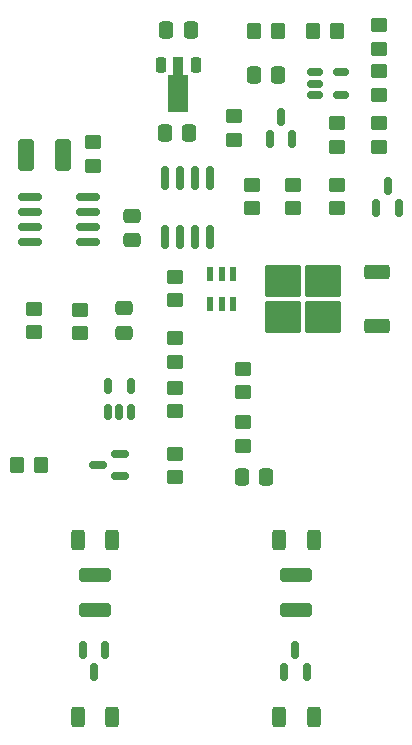
<source format=gbr>
%TF.GenerationSoftware,KiCad,Pcbnew,9.0.0-rc1*%
%TF.CreationDate,2025-10-12T14:16:47+03:00*%
%TF.ProjectId,uvp,7576702e-6b69-4636-9164-5f7063625858,rev?*%
%TF.SameCoordinates,Original*%
%TF.FileFunction,Paste,Top*%
%TF.FilePolarity,Positive*%
%FSLAX46Y46*%
G04 Gerber Fmt 4.6, Leading zero omitted, Abs format (unit mm)*
G04 Created by KiCad (PCBNEW 9.0.0-rc1) date 2025-10-12 14:16:47*
%MOMM*%
%LPD*%
G01*
G04 APERTURE LIST*
G04 Aperture macros list*
%AMRoundRect*
0 Rectangle with rounded corners*
0 $1 Rounding radius*
0 $2 $3 $4 $5 $6 $7 $8 $9 X,Y pos of 4 corners*
0 Add a 4 corners polygon primitive as box body*
4,1,4,$2,$3,$4,$5,$6,$7,$8,$9,$2,$3,0*
0 Add four circle primitives for the rounded corners*
1,1,$1+$1,$2,$3*
1,1,$1+$1,$4,$5*
1,1,$1+$1,$6,$7*
1,1,$1+$1,$8,$9*
0 Add four rect primitives between the rounded corners*
20,1,$1+$1,$2,$3,$4,$5,0*
20,1,$1+$1,$4,$5,$6,$7,0*
20,1,$1+$1,$6,$7,$8,$9,0*
20,1,$1+$1,$8,$9,$2,$3,0*%
%AMFreePoly0*
4,1,9,3.862500,-0.866500,0.737500,-0.866500,0.737500,-0.450000,-0.737500,-0.450000,-0.737500,0.450000,0.737500,0.450000,0.737500,0.866500,3.862500,0.866500,3.862500,-0.866500,3.862500,-0.866500,$1*%
G04 Aperture macros list end*
%ADD10RoundRect,0.250000X0.337500X0.475000X-0.337500X0.475000X-0.337500X-0.475000X0.337500X-0.475000X0*%
%ADD11RoundRect,0.250000X-0.350000X-0.450000X0.350000X-0.450000X0.350000X0.450000X-0.350000X0.450000X0*%
%ADD12RoundRect,0.250000X-0.450000X0.350000X-0.450000X-0.350000X0.450000X-0.350000X0.450000X0.350000X0*%
%ADD13RoundRect,0.250000X-0.412500X-1.100000X0.412500X-1.100000X0.412500X1.100000X-0.412500X1.100000X0*%
%ADD14RoundRect,0.250000X0.450000X-0.350000X0.450000X0.350000X-0.450000X0.350000X-0.450000X-0.350000X0*%
%ADD15RoundRect,0.250000X0.475000X-0.337500X0.475000X0.337500X-0.475000X0.337500X-0.475000X-0.337500X0*%
%ADD16RoundRect,0.150000X0.150000X-0.512500X0.150000X0.512500X-0.150000X0.512500X-0.150000X-0.512500X0*%
%ADD17RoundRect,0.250000X0.850000X0.350000X-0.850000X0.350000X-0.850000X-0.350000X0.850000X-0.350000X0*%
%ADD18RoundRect,0.250000X1.275000X1.125000X-1.275000X1.125000X-1.275000X-1.125000X1.275000X-1.125000X0*%
%ADD19RoundRect,0.150000X0.150000X-0.825000X0.150000X0.825000X-0.150000X0.825000X-0.150000X-0.825000X0*%
%ADD20RoundRect,0.250000X0.350000X0.450000X-0.350000X0.450000X-0.350000X-0.450000X0.350000X-0.450000X0*%
%ADD21RoundRect,0.150000X0.825000X0.150000X-0.825000X0.150000X-0.825000X-0.150000X0.825000X-0.150000X0*%
%ADD22RoundRect,0.150000X0.150000X-0.587500X0.150000X0.587500X-0.150000X0.587500X-0.150000X-0.587500X0*%
%ADD23RoundRect,0.250000X-0.475000X0.337500X-0.475000X-0.337500X0.475000X-0.337500X0.475000X0.337500X0*%
%ADD24RoundRect,0.150000X-0.512500X-0.150000X0.512500X-0.150000X0.512500X0.150000X-0.512500X0.150000X0*%
%ADD25RoundRect,0.250000X-0.312500X-0.625000X0.312500X-0.625000X0.312500X0.625000X-0.312500X0.625000X0*%
%ADD26RoundRect,0.072500X0.217500X-0.532500X0.217500X0.532500X-0.217500X0.532500X-0.217500X-0.532500X0*%
%ADD27RoundRect,0.225000X-0.225000X0.425000X-0.225000X-0.425000X0.225000X-0.425000X0.225000X0.425000X0*%
%ADD28FreePoly0,270.000000*%
%ADD29RoundRect,0.250000X-0.337500X-0.475000X0.337500X-0.475000X0.337500X0.475000X-0.337500X0.475000X0*%
%ADD30RoundRect,0.150000X0.587500X0.150000X-0.587500X0.150000X-0.587500X-0.150000X0.587500X-0.150000X0*%
%ADD31RoundRect,0.150000X-0.150000X0.587500X-0.150000X-0.587500X0.150000X-0.587500X0.150000X0.587500X0*%
%ADD32RoundRect,0.250000X0.312500X0.625000X-0.312500X0.625000X-0.312500X-0.625000X0.312500X-0.625000X0*%
%ADD33RoundRect,0.250000X-1.100000X0.325000X-1.100000X-0.325000X1.100000X-0.325000X1.100000X0.325000X0*%
G04 APERTURE END LIST*
D10*
%TO.C,C2*%
X46837500Y-44425000D03*
X48912500Y-44425000D03*
%TD*%
D11*
%TO.C,R18*%
X61375000Y-35825000D03*
X59375000Y-35825000D03*
%TD*%
D12*
%TO.C,R16*%
X64975000Y-45625000D03*
X64975000Y-43625000D03*
%TD*%
D13*
%TO.C,C5*%
X38175000Y-46325000D03*
X35050000Y-46325000D03*
%TD*%
D14*
%TO.C,R2*%
X35775000Y-59325000D03*
X35775000Y-61325000D03*
%TD*%
D15*
%TO.C,C6*%
X44075000Y-51487500D03*
X44075000Y-53562500D03*
%TD*%
D10*
%TO.C,C3*%
X53325000Y-73600000D03*
X55400000Y-73600000D03*
%TD*%
D12*
%TO.C,R5*%
X53475000Y-66425000D03*
X53475000Y-64425000D03*
%TD*%
D14*
%TO.C,R13*%
X54177500Y-48850000D03*
X54177500Y-50850000D03*
%TD*%
D12*
%TO.C,R9*%
X40712500Y-47225000D03*
X40712500Y-45225000D03*
%TD*%
D14*
%TO.C,R4*%
X53475000Y-68925000D03*
X53475000Y-70925000D03*
%TD*%
D16*
%TO.C,U3*%
X42025000Y-65850000D03*
X43925000Y-65850000D03*
X43925000Y-68125000D03*
X42975000Y-68125000D03*
X42025000Y-68125000D03*
%TD*%
D17*
%TO.C,Q2*%
X64800000Y-56220000D03*
D18*
X56825000Y-56975000D03*
X56825000Y-60025000D03*
X60175000Y-56975000D03*
X60175000Y-60025000D03*
D17*
X64800000Y-60780000D03*
%TD*%
D14*
%TO.C,R15*%
X61375000Y-43625000D03*
X61375000Y-45625000D03*
%TD*%
D12*
%TO.C,R12*%
X57677500Y-50850000D03*
X57677500Y-48850000D03*
%TD*%
D14*
%TO.C,R8*%
X39675000Y-59425000D03*
X39675000Y-61425000D03*
%TD*%
%TO.C,R14*%
X61377500Y-48825000D03*
X61377500Y-50825000D03*
%TD*%
D10*
%TO.C,C7*%
X54337500Y-39525000D03*
X56412500Y-39525000D03*
%TD*%
D14*
%TO.C,R6*%
X47675000Y-66025000D03*
X47675000Y-68025000D03*
%TD*%
D19*
%TO.C,U6*%
X46865000Y-48275000D03*
X48135000Y-48275000D03*
X49405000Y-48275000D03*
X50675000Y-48275000D03*
X50675000Y-53225000D03*
X49405000Y-53225000D03*
X48135000Y-53225000D03*
X46865000Y-53225000D03*
%TD*%
D20*
%TO.C,R1*%
X34300000Y-72600000D03*
X36300000Y-72600000D03*
%TD*%
D14*
%TO.C,R20*%
X64975000Y-35325000D03*
X64975000Y-37325000D03*
%TD*%
D12*
%TO.C,R3*%
X47675000Y-73625000D03*
X47675000Y-71625000D03*
%TD*%
D14*
%TO.C,R7*%
X47675000Y-61825000D03*
X47675000Y-63825000D03*
%TD*%
D21*
%TO.C,U5*%
X35400000Y-53730000D03*
X35400000Y-52460000D03*
X35400000Y-51190000D03*
X35400000Y-49920000D03*
X40350000Y-49920000D03*
X40350000Y-51190000D03*
X40350000Y-52460000D03*
X40350000Y-53730000D03*
%TD*%
D14*
%TO.C,R19*%
X64975000Y-39225000D03*
X64975000Y-41225000D03*
%TD*%
D22*
%TO.C,Q1*%
X56675000Y-43125000D03*
X57625000Y-45000000D03*
X55725000Y-45000000D03*
%TD*%
D11*
%TO.C,R17*%
X56375000Y-35825000D03*
X54375000Y-35825000D03*
%TD*%
D23*
%TO.C,C4*%
X43375000Y-61362500D03*
X43375000Y-59287500D03*
%TD*%
D24*
%TO.C,U7*%
X61775000Y-39325000D03*
X61775000Y-41225000D03*
X59500000Y-41225000D03*
X59500000Y-40275000D03*
X59500000Y-39325000D03*
%TD*%
D25*
%TO.C,R22*%
X59425000Y-93900000D03*
X56500000Y-93900000D03*
%TD*%
D26*
%TO.C,U4*%
X50675000Y-56425000D03*
X51625000Y-56425000D03*
X52575000Y-56425000D03*
X52575000Y-58935000D03*
X51625000Y-58935000D03*
X50675000Y-58935000D03*
%TD*%
D14*
%TO.C,R10*%
X47675000Y-56625000D03*
X47675000Y-58625000D03*
%TD*%
D27*
%TO.C,U1*%
X46475000Y-38675000D03*
D28*
X47975000Y-38762500D03*
D27*
X49475000Y-38675000D03*
%TD*%
D29*
%TO.C,C1*%
X49012500Y-35725000D03*
X46937500Y-35725000D03*
%TD*%
D12*
%TO.C,R11*%
X52675000Y-45025000D03*
X52675000Y-43025000D03*
%TD*%
D22*
%TO.C,Q3*%
X65677500Y-48950000D03*
X66627500Y-50825000D03*
X64727500Y-50825000D03*
%TD*%
D30*
%TO.C,U2*%
X41175000Y-72575000D03*
X43050000Y-71625000D03*
X43050000Y-73525000D03*
%TD*%
D22*
%TO.C,Q4*%
X57875000Y-88225000D03*
X58825000Y-90100000D03*
X56925000Y-90100000D03*
%TD*%
D31*
%TO.C,Q5*%
X40812500Y-90100000D03*
X39862500Y-88225000D03*
X41762500Y-88225000D03*
%TD*%
D32*
%TO.C,R21*%
X56500000Y-78900000D03*
X59425000Y-78900000D03*
%TD*%
D33*
%TO.C,C8*%
X57962500Y-84875000D03*
X57962500Y-81925000D03*
%TD*%
%TO.C,C9*%
X40900000Y-84875000D03*
X40900000Y-81925000D03*
%TD*%
D25*
%TO.C,R23*%
X42362500Y-78900000D03*
X39437500Y-78900000D03*
%TD*%
D32*
%TO.C,R24*%
X39437500Y-93900000D03*
X42362500Y-93900000D03*
%TD*%
M02*

</source>
